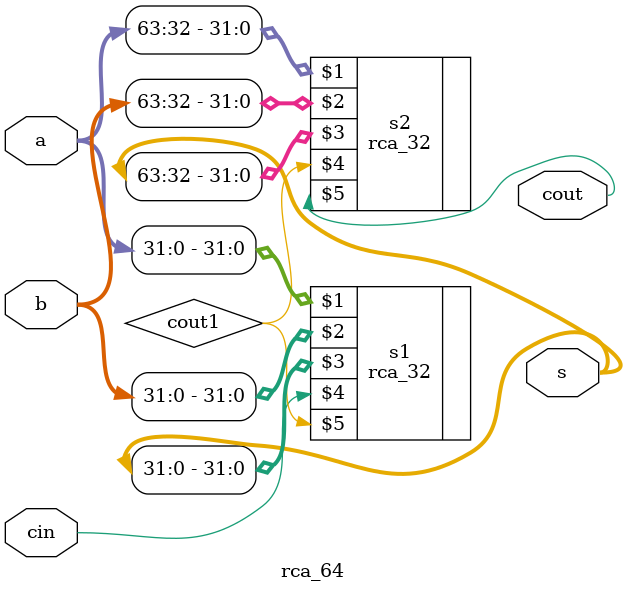
<source format=v>
module rca_64(a,b,s,cin,cout);
  
input [63:0]a,b;
input cin;
output [63:0]s;
output cout ;
  
wire cout1;
  
rca_32 s1(a[31:0],b[31:0],s[31:0],cin,cout1);
rca_32 s2(a[63:32],b[63:32],s[63:32],cout1,cout);
  
endmodule

</source>
